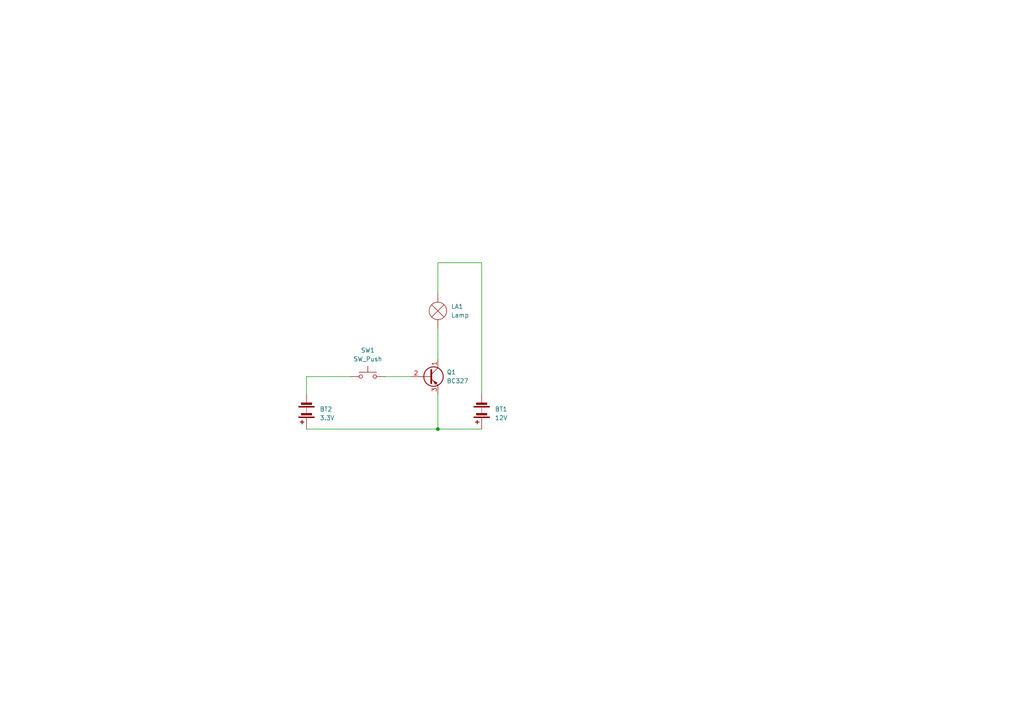
<source format=kicad_sch>
(kicad_sch (version 20250114) (generator "eeschema") (generator_version "9.0")
  (paper "A4")
  (lib_symbols
    (symbol "Device:Battery" (pin_numbers (hide yes)) (pin_names (offset 0) (hide yes))
      (property "Reference" "BT" (at 2.54 2.54 0))
      (property "Value" "Battery" (at 2.54 0 0))
      (symbol "Battery_0_1"
        (rectangle (start -2.286 1.778) (end 2.286 1.524) (fill (type outline)))
        (rectangle (start -2.286 -1.27) (end 2.286 -1.524) (fill (type outline)))
        (rectangle (start -1.524 1.016) (end 1.524 0.508) (fill (type outline)))
        (rectangle (start -1.524 -2.032) (end 1.524 -2.54) (fill (type outline)))
        (polyline (pts (xy 0 1.778) (xy 0 2.54)))
        (polyline (pts (xy 0 0) (xy 0 0.254)))
        (polyline (pts (xy 0 -0.508) (xy 0 -0.254)))
        (polyline (pts (xy 0 -1.016) (xy 0 -0.762)))
        (polyline (pts (xy 0.762 3.048) (xy 1.778 3.048)) (stroke (width 0.254)))
        (polyline (pts (xy 1.27 3.556) (xy 1.27 2.54)) (stroke (width 0.254)))
      )
      (symbol "Battery_1_1"
        (pin passive line (at 0 5.08 270) (length 2.54) (name "+") (number "1"))
        (pin passive line (at 0 -5.08 90) (length 2.54) (name "-") (number "2"))
      )
    )
    (symbol "Device:Lamp" (pin_numbers (hide yes)) (pin_names (offset 0.0254) (hide yes))
      (property "Reference" "LA" (at 0.635 3.81 0))
      (property "Value" "Lamp" (at 0.635 -3.81 0))
      (symbol "Lamp_0_1"
        (polyline (pts (xy -1.778 1.778) (xy 1.778 -1.778)))
        (circle (center 0 0) (radius 2.54))
        (polyline (pts (xy 1.778 1.778) (xy -1.778 -1.778)))
      )
      (symbol "Lamp_1_1"
        (pin passive line (at 0 5.08 270) (length 2.54) (name "+") (number "2"))
        (pin passive line (at 0 -5.08 90) (length 2.54) (name "-") (number "1"))
      )
    )
    (symbol "Switch:SW_Push" (pin_numbers (hide yes)) (pin_names (offset 1.016) (hide yes))
      (property "Reference" "SW" (at 1.27 2.54 0))
      (property "Value" "SW_Push" (at 0 -1.524 0))
      (symbol "SW_Push_0_1"
        (circle (center -2.032 0) (radius 0.508))
        (polyline (pts (xy 0 1.27) (xy 0 3.048)))
        (circle (center 2.032 0) (radius 0.508))
        (polyline (pts (xy 2.54 1.27) (xy -2.54 1.27)))
        (pin passive line (at -5.08 0 0) (length 2.54) (name "1") (number "1"))
        (pin passive line (at 5.08 0 180) (length 2.54) (name "2") (number "2"))
      )
    )
    (symbol "Transistor_BJT:BC327" (pin_names (offset 0) (hide yes))
      (property "Reference" "Q" (at 5.08 1.905 0))
      (property "Value" "BC327" (at 5.08 0 0))
      (symbol "BC327_0_1"
        (polyline (pts (xy -2.54 0) (xy 0.635 0)))
        (polyline (pts (xy 0.635 1.905) (xy 0.635 -1.905)) (stroke (width 0.508)))
        (polyline (pts (xy 0.635 0.635) (xy 2.54 2.54)))
        (polyline (pts (xy 0.635 -0.635) (xy 2.54 -2.54)))
        (circle (center 1.27 0) (radius 2.8194) (stroke (width 0.254)))
        (polyline (pts (xy 2.286 -1.778) (xy 1.778 -2.286) (xy 1.27 -1.27) (xy 2.286 -1.778)) (fill (type outline)))
      )
      (symbol "BC327_1_1"
        (pin input line (at -5.08 0 0) (length 2.54) (name "B") (number "2"))
        (pin passive line (at 2.54 5.08 270) (length 2.54) (name "C") (number "1"))
        (pin passive line (at 2.54 -5.08 90) (length 2.54) (name "E") (number "3"))
      )
    )
  )
  (junction (at 127 124.46))
  (wire (pts (xy 139.7 76.2) (xy 127 76.2)))
  (wire (pts (xy 127 95.25) (xy 127 104.14)))
  (wire (pts (xy 139.7 114.3) (xy 139.7 76.2)))
  (wire (pts (xy 88.9 124.46) (xy 127 124.46)))
  (wire (pts (xy 127 114.3) (xy 127 124.46)))
  (wire (pts (xy 88.9 109.22) (xy 101.6 109.22)))
  (wire (pts (xy 111.76 109.22) (xy 119.38 109.22)))
  (wire (pts (xy 127 76.2) (xy 127 85.09)))
  (wire (pts (xy 88.9 114.3) (xy 88.9 109.22)))
  (wire (pts (xy 127 124.46) (xy 139.7 124.46)))
  (symbol (lib_id "Transistor_BJT:BC327") (at 124.46 109.22 0) (unit 1)
    (property "Reference" "Q1" (at 129.54 107.9499 0) (effects (justify left)))
    (property "Value" "BC327" (at 129.54 110.4899 0) (effects (justify left)))
    (property "Footprint" "Package_TO_SOT_THT:TO-92_Inline" (effects (hide yes)))
    (property "Datasheet" "http://www.onsemi.com/pub_link/Collateral/BC327-D.PDF" (effects (hide yes)))
    (property "Description" "0.8A Ic, 45V Vce, PNP Transistor, TO-92" (effects (hide yes)))
  )
  (symbol (lib_id "Device:Battery") (at 139.7 119.38 180) (unit 1)
    (property "Reference" "BT1" (at 143.51 118.6814 0) (effects (justify right)))
    (property "Value" "12V" (at 143.51 121.2214 0) (effects (justify right)))
    (property "Description" "Multiple-cell battery" (effects (hide yes)))
  )
  (symbol (lib_id "Device:Battery") (at 88.9 119.38 180) (unit 1)
    (property "Reference" "BT2" (at 92.71 118.6814 0) (effects (justify right)))
    (property "Value" "3.3V" (at 92.71 121.2214 0) (effects (justify right)))
    (property "Description" "Multiple-cell battery" (effects (hide yes)))
  )
  (symbol (lib_id "Device:Lamp") (at 127 90.17 0) (unit 1)
    (property "Reference" "LA1" (at 130.81 88.8999 0) (effects (justify left)))
    (property "Value" "Lamp" (at 130.81 91.4399 0) (effects (justify left)))
    (property "Description" "Lamp" (effects (hide yes)))
  )
  (symbol (lib_id "Switch:SW_Push") (at 106.68 109.22 0) (unit 1)
    (property "Reference" "SW1" (at 106.68 101.6 0))
    (property "Value" "SW_Push" (at 106.68 104.14 0))
    (property "Description" "Push button switch, generic, two pins" (effects (hide yes)))
  )
)
</source>
